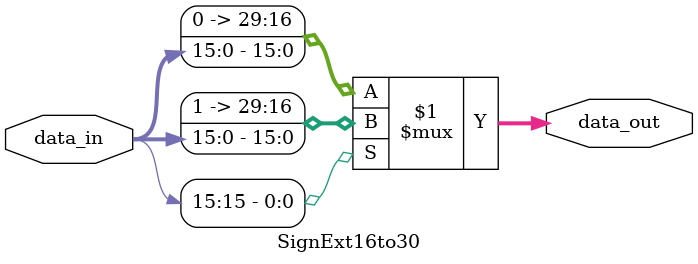
<source format=v>
module SignExt16to30 (data_in,data_out);
  input [15:0]data_in;
  output [29:0]data_out;
  
  assign data_out = data_in[15]?{14'b1111_1111_1111_11,data_in}:{14'b0000_0000_0000_00,data_in};
  
endmodule


</source>
